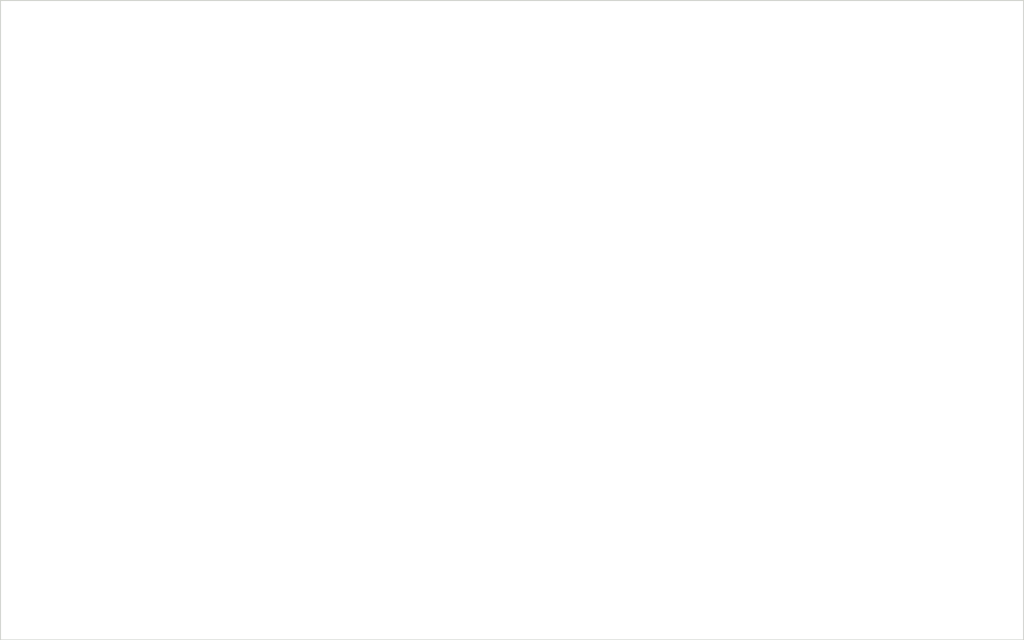
<source format=kicad_pcb>
(kicad_pcb (version 20170123) (host pcbnew "(2017-07-16 revision e797af331)-master")

  (general
    (thickness 1.6)
    (drawings 4)
    (tracks 0)
    (zones 0)
    (modules 0)
    (nets 1)
  )

  (page A4)
  (layers
    (0 F.Cu signal)
    (31 B.Cu signal)
    (32 B.Adhes user)
    (33 F.Adhes user)
    (34 B.Paste user)
    (35 F.Paste user)
    (36 B.SilkS user)
    (37 F.SilkS user)
    (38 B.Mask user)
    (39 F.Mask user)
    (40 Dwgs.User user)
    (41 Cmts.User user)
    (42 Eco1.User user)
    (43 Eco2.User user)
    (44 Edge.Cuts user)
    (45 Margin user)
    (46 B.CrtYd user)
    (47 F.CrtYd user)
    (48 B.Fab user)
    (49 F.Fab user)
  )

  (setup
    (last_trace_width 0.25)
    (trace_clearance 0.2)
    (zone_clearance 0.508)
    (zone_45_only no)
    (trace_min 0.2)
    (segment_width 0.2)
    (edge_width 0.15)
    (via_size 0.8)
    (via_drill 0.4)
    (via_min_size 0.4)
    (via_min_drill 0.3)
    (uvia_size 0.3)
    (uvia_drill 0.1)
    (uvias_allowed no)
    (uvia_min_size 0.2)
    (uvia_min_drill 0.1)
    (pcb_text_width 0.3)
    (pcb_text_size 1.5 1.5)
    (mod_edge_width 0.15)
    (mod_text_size 1 1)
    (mod_text_width 0.15)
    (pad_size 1.524 1.524)
    (pad_drill 0.762)
    (pad_to_mask_clearance 0.2)
    (aux_axis_origin 0 0)
    (grid_origin 55 145)
    (visible_elements FFFFFF7F)
    (pcbplotparams
      (layerselection 0x00030_ffffffff)
      (usegerberextensions false)
      (excludeedgelayer true)
      (linewidth 0.100000)
      (plotframeref false)
      (viasonmask false)
      (mode 1)
      (useauxorigin false)
      (hpglpennumber 1)
      (hpglpenspeed 20)
      (hpglpendiameter 15)
      (psnegative false)
      (psa4output false)
      (plotreference true)
      (plotvalue true)
      (plotinvisibletext false)
      (padsonsilk false)
      (subtractmaskfromsilk false)
      (outputformat 1)
      (mirror false)
      (drillshape 0)
      (scaleselection 1)
      (outputdirectory ""))
  )

  (net 0 "")

  (net_class Default "This is the default net class."
    (clearance 0.2)
    (trace_width 0.25)
    (via_dia 0.8)
    (via_drill 0.4)
    (uvia_dia 0.3)
    (uvia_drill 0.1)
  )

  (gr_line (start 55 145) (end 215 145) (angle 90) (layer Edge.Cuts) (width 0.15))
  (gr_line (start 55 45) (end 55 145) (angle 90) (layer Edge.Cuts) (width 0.15))
  (gr_line (start 215 45) (end 55 45) (angle 90) (layer Edge.Cuts) (width 0.15))
  (gr_line (start 215 145) (end 215 45) (angle 90) (layer Edge.Cuts) (width 0.15))

)

</source>
